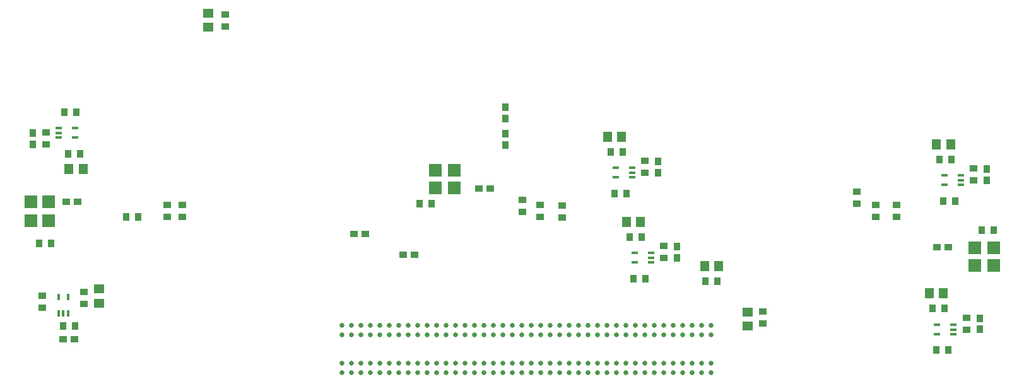
<source format=gbp>
G04 Layer_Color=128*
%FSLAX25Y25*%
%MOIN*%
G70*
G01*
G75*
%ADD22R,0.05709X0.04528*%
%ADD23R,0.03937X0.03740*%
%ADD24R,0.03740X0.03937*%
%ADD26R,0.03543X0.03937*%
%ADD27R,0.03937X0.03543*%
%ADD50R,0.03347X0.01378*%
%ADD51R,0.01378X0.03347*%
%ADD52C,0.02520*%
%ADD53R,0.06693X0.06693*%
%ADD54R,0.06693X0.06693*%
%ADD55R,0.04528X0.05709*%
D22*
X115000Y238740D02*
D03*
Y231260D02*
D03*
X400000Y73260D02*
D03*
Y80740D02*
D03*
X57465Y92968D02*
D03*
Y85488D02*
D03*
D23*
X124000Y238150D02*
D03*
Y231850D02*
D03*
X408000Y74850D02*
D03*
Y81150D02*
D03*
X101528Y131110D02*
D03*
Y137409D02*
D03*
X93528Y131110D02*
D03*
Y137409D02*
D03*
X281000Y133850D02*
D03*
Y140150D02*
D03*
X290378Y131110D02*
D03*
Y137409D02*
D03*
X302000Y130850D02*
D03*
Y137150D02*
D03*
X457543Y138110D02*
D03*
Y144410D02*
D03*
X467543Y131110D02*
D03*
Y137409D02*
D03*
X478543Y131110D02*
D03*
Y137409D02*
D03*
X519500Y156591D02*
D03*
Y150291D02*
D03*
X515772Y77709D02*
D03*
Y71409D02*
D03*
X355772Y115622D02*
D03*
Y109323D02*
D03*
X345772Y160677D02*
D03*
Y154378D02*
D03*
X29228Y169315D02*
D03*
Y175614D02*
D03*
X27465Y89378D02*
D03*
Y83079D02*
D03*
X49465Y91378D02*
D03*
Y85079D02*
D03*
D24*
X530150Y124000D02*
D03*
X523850D02*
D03*
X233150Y138000D02*
D03*
X226850D02*
D03*
X32150Y117000D02*
D03*
X25850D02*
D03*
X377850Y97000D02*
D03*
X384150D02*
D03*
X78150Y131000D02*
D03*
X71850D02*
D03*
X501350Y161441D02*
D03*
X507650D02*
D03*
X503350Y139441D02*
D03*
X509650D02*
D03*
X497622Y82559D02*
D03*
X503921D02*
D03*
X499622Y60559D02*
D03*
X505921D02*
D03*
X337622Y120472D02*
D03*
X343921D02*
D03*
X339622Y98472D02*
D03*
X345921D02*
D03*
X327622Y165528D02*
D03*
X333921D02*
D03*
X329622Y143528D02*
D03*
X335921D02*
D03*
X45378Y186465D02*
D03*
X39079D02*
D03*
X47378Y164465D02*
D03*
X41079D02*
D03*
X44614Y73228D02*
D03*
X38315D02*
D03*
D26*
X526500Y156346D02*
D03*
Y150441D02*
D03*
X522772Y77512D02*
D03*
Y71606D02*
D03*
X362772Y115425D02*
D03*
Y109520D02*
D03*
X352772Y160433D02*
D03*
Y154528D02*
D03*
X22228Y169512D02*
D03*
Y175417D02*
D03*
X272000Y174953D02*
D03*
Y169047D02*
D03*
X272047Y183095D02*
D03*
Y189000D02*
D03*
D27*
X505953Y115000D02*
D03*
X500047D02*
D03*
X258047Y146000D02*
D03*
X263953D02*
D03*
X40047Y139000D02*
D03*
X45953D02*
D03*
X44370Y66228D02*
D03*
X38465D02*
D03*
X192047Y122000D02*
D03*
X197953D02*
D03*
X218047Y111000D02*
D03*
X223953D02*
D03*
D50*
X512831Y147941D02*
D03*
Y153059D02*
D03*
X504169Y147941D02*
D03*
Y153059D02*
D03*
X512831Y150500D02*
D03*
X508831Y68941D02*
D03*
Y74059D02*
D03*
X500169Y68941D02*
D03*
Y74059D02*
D03*
X508831Y71500D02*
D03*
X349102Y106941D02*
D03*
Y112059D02*
D03*
X340441Y106941D02*
D03*
Y112059D02*
D03*
X349102Y109500D02*
D03*
X339102Y151941D02*
D03*
Y157059D02*
D03*
X330441Y151941D02*
D03*
Y157059D02*
D03*
X339102Y154500D02*
D03*
X36169Y178059D02*
D03*
Y172941D02*
D03*
X44831Y178059D02*
D03*
Y172941D02*
D03*
X36169Y175500D02*
D03*
D51*
X35941Y80169D02*
D03*
X41059D02*
D03*
X35941Y88831D02*
D03*
X41059D02*
D03*
X38500Y80169D02*
D03*
D52*
X250650Y73807D02*
D03*
X185650D02*
D03*
X190650D02*
D03*
X195650D02*
D03*
X200650D02*
D03*
X205650D02*
D03*
X210650D02*
D03*
X215650D02*
D03*
X220650D02*
D03*
X225650D02*
D03*
X230650D02*
D03*
X235650D02*
D03*
X240650D02*
D03*
X245650D02*
D03*
X255650D02*
D03*
X260650D02*
D03*
X265650D02*
D03*
X270650D02*
D03*
X275650D02*
D03*
X280650D02*
D03*
X285650D02*
D03*
X290650D02*
D03*
X295650D02*
D03*
X300650D02*
D03*
X305650D02*
D03*
X310650D02*
D03*
X315650D02*
D03*
X320650D02*
D03*
X325650D02*
D03*
X330650D02*
D03*
X335650D02*
D03*
X340650D02*
D03*
X345650D02*
D03*
X350650D02*
D03*
X355650D02*
D03*
X360650D02*
D03*
X365650D02*
D03*
X370650D02*
D03*
X375650D02*
D03*
X380650D02*
D03*
X190650Y68807D02*
D03*
X195650D02*
D03*
X200650D02*
D03*
X205650D02*
D03*
X210650D02*
D03*
X215650D02*
D03*
X220650D02*
D03*
X225650D02*
D03*
X230650D02*
D03*
X235650D02*
D03*
X240650D02*
D03*
X245650D02*
D03*
X250650D02*
D03*
X255650D02*
D03*
X260650D02*
D03*
X265650D02*
D03*
X270650D02*
D03*
X275650D02*
D03*
X280650D02*
D03*
X285650D02*
D03*
X290650D02*
D03*
X295650D02*
D03*
X300650D02*
D03*
X305650D02*
D03*
X310650D02*
D03*
X315650D02*
D03*
X320650D02*
D03*
X325650D02*
D03*
X330650D02*
D03*
X335650D02*
D03*
X340650D02*
D03*
X345650D02*
D03*
X350650D02*
D03*
X355650D02*
D03*
X360650D02*
D03*
X365650D02*
D03*
X370650D02*
D03*
X375650D02*
D03*
X380650D02*
D03*
X185650D02*
D03*
Y53807D02*
D03*
X190650D02*
D03*
X195650D02*
D03*
X200650D02*
D03*
X205650D02*
D03*
X210650D02*
D03*
X215650D02*
D03*
X220650D02*
D03*
X225650D02*
D03*
X230650D02*
D03*
X235650D02*
D03*
X240650D02*
D03*
X245650D02*
D03*
X250650D02*
D03*
X255650D02*
D03*
X260650D02*
D03*
X265650D02*
D03*
X270650D02*
D03*
X275650D02*
D03*
X280650D02*
D03*
X285650D02*
D03*
X290650D02*
D03*
X295650D02*
D03*
X300650D02*
D03*
X305650D02*
D03*
X310650D02*
D03*
X315650D02*
D03*
X320650D02*
D03*
X325650D02*
D03*
X330650D02*
D03*
X335650D02*
D03*
X340650D02*
D03*
X345650D02*
D03*
X350650D02*
D03*
X355650D02*
D03*
X360650D02*
D03*
X365650D02*
D03*
X370650D02*
D03*
X375650D02*
D03*
X380650D02*
D03*
X185650Y48807D02*
D03*
X190650D02*
D03*
X195650D02*
D03*
X200650D02*
D03*
X205650D02*
D03*
X210650D02*
D03*
X215650D02*
D03*
X220650D02*
D03*
X225650D02*
D03*
X230650D02*
D03*
X235650D02*
D03*
X240650D02*
D03*
X245650D02*
D03*
X250650D02*
D03*
X255650D02*
D03*
X260650D02*
D03*
X265650D02*
D03*
X270650D02*
D03*
X275650D02*
D03*
X280650D02*
D03*
X285650D02*
D03*
X290650D02*
D03*
X295650D02*
D03*
X300650D02*
D03*
X305650D02*
D03*
X310650D02*
D03*
X315650D02*
D03*
X320650D02*
D03*
X325650D02*
D03*
X330650D02*
D03*
X335650D02*
D03*
X340650D02*
D03*
X345650D02*
D03*
X350650D02*
D03*
X355650D02*
D03*
X360650D02*
D03*
X365650D02*
D03*
X370650D02*
D03*
X375650D02*
D03*
X380650D02*
D03*
D53*
X530000Y105276D02*
D03*
Y114724D02*
D03*
X520000D02*
D03*
Y105276D02*
D03*
X235000Y155724D02*
D03*
Y146276D02*
D03*
X245000D02*
D03*
Y155724D02*
D03*
D54*
X21276Y129000D02*
D03*
X30724D02*
D03*
Y139000D02*
D03*
X21276D02*
D03*
D55*
X377260Y105000D02*
D03*
X384740D02*
D03*
X499760Y169441D02*
D03*
X507240D02*
D03*
X496032Y90559D02*
D03*
X503512D02*
D03*
X336032Y128472D02*
D03*
X343512D02*
D03*
X326031Y173528D02*
D03*
X333512D02*
D03*
X48968Y156465D02*
D03*
X41488D02*
D03*
M02*

</source>
